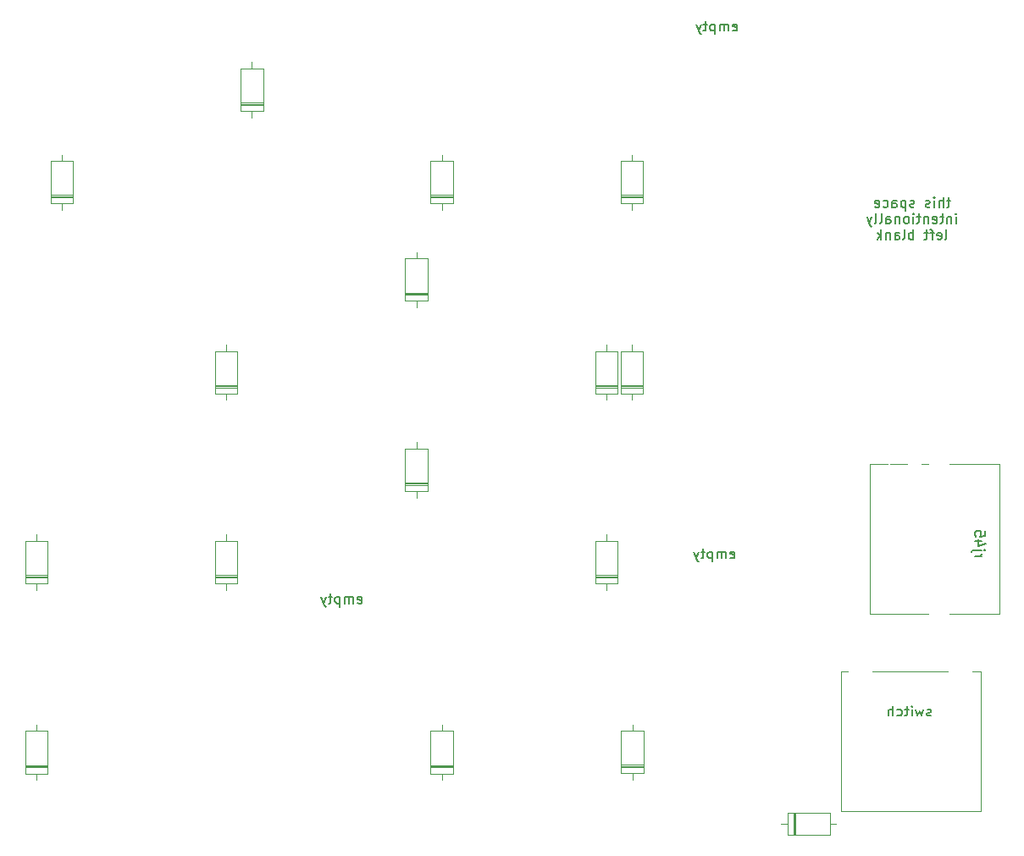
<source format=gbo>
G04 #@! TF.GenerationSoftware,KiCad,Pcbnew,(6.0.8)*
G04 #@! TF.CreationDate,2023-05-18T22:35:39+10:00*
G04 #@! TF.ProjectId,shingleback,7368696e-676c-4656-9261-636b2e6b6963,rev?*
G04 #@! TF.SameCoordinates,Original*
G04 #@! TF.FileFunction,Legend,Bot*
G04 #@! TF.FilePolarity,Positive*
%FSLAX46Y46*%
G04 Gerber Fmt 4.6, Leading zero omitted, Abs format (unit mm)*
G04 Created by KiCad (PCBNEW (6.0.8)) date 2023-05-18 22:35:39*
%MOMM*%
%LPD*%
G01*
G04 APERTURE LIST*
%ADD10C,0.150000*%
%ADD11C,0.120000*%
%ADD12R,1.752600X1.752600*%
%ADD13C,1.752600*%
%ADD14C,0.450000*%
%ADD15C,1.701800*%
%ADD16C,3.987800*%
%ADD17C,2.286000*%
%ADD18R,1.600000X1.600000*%
%ADD19O,1.600000X1.600000*%
%ADD20C,1.500000*%
%ADD21C,2.100000*%
%ADD22R,2.000000X2.000000*%
%ADD23C,2.000000*%
%ADD24R,2.000000X3.200000*%
%ADD25C,1.650000*%
%ADD26C,1.950000*%
%ADD27C,2.400000*%
%ADD28C,4.000000*%
%ADD29C,1.700000*%
%ADD30C,2.200000*%
G04 APERTURE END LIST*
D10*
X160845238Y-28904761D02*
X160940476Y-28952380D01*
X161130952Y-28952380D01*
X161226190Y-28904761D01*
X161273809Y-28809523D01*
X161273809Y-28428571D01*
X161226190Y-28333333D01*
X161130952Y-28285714D01*
X160940476Y-28285714D01*
X160845238Y-28333333D01*
X160797619Y-28428571D01*
X160797619Y-28523809D01*
X161273809Y-28619047D01*
X160369047Y-28952380D02*
X160369047Y-28285714D01*
X160369047Y-28380952D02*
X160321428Y-28333333D01*
X160226190Y-28285714D01*
X160083333Y-28285714D01*
X159988095Y-28333333D01*
X159940476Y-28428571D01*
X159940476Y-28952380D01*
X159940476Y-28428571D02*
X159892857Y-28333333D01*
X159797619Y-28285714D01*
X159654761Y-28285714D01*
X159559523Y-28333333D01*
X159511904Y-28428571D01*
X159511904Y-28952380D01*
X159035714Y-28285714D02*
X159035714Y-29285714D01*
X159035714Y-28333333D02*
X158940476Y-28285714D01*
X158750000Y-28285714D01*
X158654761Y-28333333D01*
X158607142Y-28380952D01*
X158559523Y-28476190D01*
X158559523Y-28761904D01*
X158607142Y-28857142D01*
X158654761Y-28904761D01*
X158750000Y-28952380D01*
X158940476Y-28952380D01*
X159035714Y-28904761D01*
X158273809Y-28285714D02*
X157892857Y-28285714D01*
X158130952Y-27952380D02*
X158130952Y-28809523D01*
X158083333Y-28904761D01*
X157988095Y-28952380D01*
X157892857Y-28952380D01*
X157654761Y-28285714D02*
X157416666Y-28952380D01*
X157178571Y-28285714D02*
X157416666Y-28952380D01*
X157511904Y-29190476D01*
X157559523Y-29238095D01*
X157654761Y-29285714D01*
X160595238Y-81654761D02*
X160690476Y-81702380D01*
X160880952Y-81702380D01*
X160976190Y-81654761D01*
X161023809Y-81559523D01*
X161023809Y-81178571D01*
X160976190Y-81083333D01*
X160880952Y-81035714D01*
X160690476Y-81035714D01*
X160595238Y-81083333D01*
X160547619Y-81178571D01*
X160547619Y-81273809D01*
X161023809Y-81369047D01*
X160119047Y-81702380D02*
X160119047Y-81035714D01*
X160119047Y-81130952D02*
X160071428Y-81083333D01*
X159976190Y-81035714D01*
X159833333Y-81035714D01*
X159738095Y-81083333D01*
X159690476Y-81178571D01*
X159690476Y-81702380D01*
X159690476Y-81178571D02*
X159642857Y-81083333D01*
X159547619Y-81035714D01*
X159404761Y-81035714D01*
X159309523Y-81083333D01*
X159261904Y-81178571D01*
X159261904Y-81702380D01*
X158785714Y-81035714D02*
X158785714Y-82035714D01*
X158785714Y-81083333D02*
X158690476Y-81035714D01*
X158500000Y-81035714D01*
X158404761Y-81083333D01*
X158357142Y-81130952D01*
X158309523Y-81226190D01*
X158309523Y-81511904D01*
X158357142Y-81607142D01*
X158404761Y-81654761D01*
X158500000Y-81702380D01*
X158690476Y-81702380D01*
X158785714Y-81654761D01*
X158023809Y-81035714D02*
X157642857Y-81035714D01*
X157880952Y-80702380D02*
X157880952Y-81559523D01*
X157833333Y-81654761D01*
X157738095Y-81702380D01*
X157642857Y-81702380D01*
X157404761Y-81035714D02*
X157166666Y-81702380D01*
X156928571Y-81035714D02*
X157166666Y-81702380D01*
X157261904Y-81940476D01*
X157309523Y-81988095D01*
X157404761Y-82035714D01*
X182583333Y-45925714D02*
X182202380Y-45925714D01*
X182440476Y-45592380D02*
X182440476Y-46449523D01*
X182392857Y-46544761D01*
X182297619Y-46592380D01*
X182202380Y-46592380D01*
X181869047Y-46592380D02*
X181869047Y-45592380D01*
X181440476Y-46592380D02*
X181440476Y-46068571D01*
X181488095Y-45973333D01*
X181583333Y-45925714D01*
X181726190Y-45925714D01*
X181821428Y-45973333D01*
X181869047Y-46020952D01*
X180964285Y-46592380D02*
X180964285Y-45925714D01*
X180964285Y-45592380D02*
X181011904Y-45640000D01*
X180964285Y-45687619D01*
X180916666Y-45640000D01*
X180964285Y-45592380D01*
X180964285Y-45687619D01*
X180535714Y-46544761D02*
X180440476Y-46592380D01*
X180250000Y-46592380D01*
X180154761Y-46544761D01*
X180107142Y-46449523D01*
X180107142Y-46401904D01*
X180154761Y-46306666D01*
X180250000Y-46259047D01*
X180392857Y-46259047D01*
X180488095Y-46211428D01*
X180535714Y-46116190D01*
X180535714Y-46068571D01*
X180488095Y-45973333D01*
X180392857Y-45925714D01*
X180250000Y-45925714D01*
X180154761Y-45973333D01*
X178964285Y-46544761D02*
X178869047Y-46592380D01*
X178678571Y-46592380D01*
X178583333Y-46544761D01*
X178535714Y-46449523D01*
X178535714Y-46401904D01*
X178583333Y-46306666D01*
X178678571Y-46259047D01*
X178821428Y-46259047D01*
X178916666Y-46211428D01*
X178964285Y-46116190D01*
X178964285Y-46068571D01*
X178916666Y-45973333D01*
X178821428Y-45925714D01*
X178678571Y-45925714D01*
X178583333Y-45973333D01*
X178107142Y-45925714D02*
X178107142Y-46925714D01*
X178107142Y-45973333D02*
X178011904Y-45925714D01*
X177821428Y-45925714D01*
X177726190Y-45973333D01*
X177678571Y-46020952D01*
X177630952Y-46116190D01*
X177630952Y-46401904D01*
X177678571Y-46497142D01*
X177726190Y-46544761D01*
X177821428Y-46592380D01*
X178011904Y-46592380D01*
X178107142Y-46544761D01*
X176773809Y-46592380D02*
X176773809Y-46068571D01*
X176821428Y-45973333D01*
X176916666Y-45925714D01*
X177107142Y-45925714D01*
X177202380Y-45973333D01*
X176773809Y-46544761D02*
X176869047Y-46592380D01*
X177107142Y-46592380D01*
X177202380Y-46544761D01*
X177250000Y-46449523D01*
X177250000Y-46354285D01*
X177202380Y-46259047D01*
X177107142Y-46211428D01*
X176869047Y-46211428D01*
X176773809Y-46163809D01*
X175869047Y-46544761D02*
X175964285Y-46592380D01*
X176154761Y-46592380D01*
X176250000Y-46544761D01*
X176297619Y-46497142D01*
X176345238Y-46401904D01*
X176345238Y-46116190D01*
X176297619Y-46020952D01*
X176250000Y-45973333D01*
X176154761Y-45925714D01*
X175964285Y-45925714D01*
X175869047Y-45973333D01*
X175059523Y-46544761D02*
X175154761Y-46592380D01*
X175345238Y-46592380D01*
X175440476Y-46544761D01*
X175488095Y-46449523D01*
X175488095Y-46068571D01*
X175440476Y-45973333D01*
X175345238Y-45925714D01*
X175154761Y-45925714D01*
X175059523Y-45973333D01*
X175011904Y-46068571D01*
X175011904Y-46163809D01*
X175488095Y-46259047D01*
X183154761Y-48202380D02*
X183154761Y-47535714D01*
X183154761Y-47202380D02*
X183202380Y-47250000D01*
X183154761Y-47297619D01*
X183107142Y-47250000D01*
X183154761Y-47202380D01*
X183154761Y-47297619D01*
X182678571Y-47535714D02*
X182678571Y-48202380D01*
X182678571Y-47630952D02*
X182630952Y-47583333D01*
X182535714Y-47535714D01*
X182392857Y-47535714D01*
X182297619Y-47583333D01*
X182250000Y-47678571D01*
X182250000Y-48202380D01*
X181916666Y-47535714D02*
X181535714Y-47535714D01*
X181773809Y-47202380D02*
X181773809Y-48059523D01*
X181726190Y-48154761D01*
X181630952Y-48202380D01*
X181535714Y-48202380D01*
X180821428Y-48154761D02*
X180916666Y-48202380D01*
X181107142Y-48202380D01*
X181202380Y-48154761D01*
X181250000Y-48059523D01*
X181250000Y-47678571D01*
X181202380Y-47583333D01*
X181107142Y-47535714D01*
X180916666Y-47535714D01*
X180821428Y-47583333D01*
X180773809Y-47678571D01*
X180773809Y-47773809D01*
X181250000Y-47869047D01*
X180345238Y-47535714D02*
X180345238Y-48202380D01*
X180345238Y-47630952D02*
X180297619Y-47583333D01*
X180202380Y-47535714D01*
X180059523Y-47535714D01*
X179964285Y-47583333D01*
X179916666Y-47678571D01*
X179916666Y-48202380D01*
X179583333Y-47535714D02*
X179202380Y-47535714D01*
X179440476Y-47202380D02*
X179440476Y-48059523D01*
X179392857Y-48154761D01*
X179297619Y-48202380D01*
X179202380Y-48202380D01*
X178869047Y-48202380D02*
X178869047Y-47535714D01*
X178869047Y-47202380D02*
X178916666Y-47250000D01*
X178869047Y-47297619D01*
X178821428Y-47250000D01*
X178869047Y-47202380D01*
X178869047Y-47297619D01*
X178250000Y-48202380D02*
X178345238Y-48154761D01*
X178392857Y-48107142D01*
X178440476Y-48011904D01*
X178440476Y-47726190D01*
X178392857Y-47630952D01*
X178345238Y-47583333D01*
X178250000Y-47535714D01*
X178107142Y-47535714D01*
X178011904Y-47583333D01*
X177964285Y-47630952D01*
X177916666Y-47726190D01*
X177916666Y-48011904D01*
X177964285Y-48107142D01*
X178011904Y-48154761D01*
X178107142Y-48202380D01*
X178250000Y-48202380D01*
X177488095Y-47535714D02*
X177488095Y-48202380D01*
X177488095Y-47630952D02*
X177440476Y-47583333D01*
X177345238Y-47535714D01*
X177202380Y-47535714D01*
X177107142Y-47583333D01*
X177059523Y-47678571D01*
X177059523Y-48202380D01*
X176154761Y-48202380D02*
X176154761Y-47678571D01*
X176202380Y-47583333D01*
X176297619Y-47535714D01*
X176488095Y-47535714D01*
X176583333Y-47583333D01*
X176154761Y-48154761D02*
X176250000Y-48202380D01*
X176488095Y-48202380D01*
X176583333Y-48154761D01*
X176630952Y-48059523D01*
X176630952Y-47964285D01*
X176583333Y-47869047D01*
X176488095Y-47821428D01*
X176250000Y-47821428D01*
X176154761Y-47773809D01*
X175535714Y-48202380D02*
X175630952Y-48154761D01*
X175678571Y-48059523D01*
X175678571Y-47202380D01*
X175011904Y-48202380D02*
X175107142Y-48154761D01*
X175154761Y-48059523D01*
X175154761Y-47202380D01*
X174726190Y-47535714D02*
X174488095Y-48202380D01*
X174250000Y-47535714D02*
X174488095Y-48202380D01*
X174583333Y-48440476D01*
X174630952Y-48488095D01*
X174726190Y-48535714D01*
X182035714Y-49812380D02*
X182130952Y-49764761D01*
X182178571Y-49669523D01*
X182178571Y-48812380D01*
X181273809Y-49764761D02*
X181369047Y-49812380D01*
X181559523Y-49812380D01*
X181654761Y-49764761D01*
X181702380Y-49669523D01*
X181702380Y-49288571D01*
X181654761Y-49193333D01*
X181559523Y-49145714D01*
X181369047Y-49145714D01*
X181273809Y-49193333D01*
X181226190Y-49288571D01*
X181226190Y-49383809D01*
X181702380Y-49479047D01*
X180940476Y-49145714D02*
X180559523Y-49145714D01*
X180797619Y-49812380D02*
X180797619Y-48955238D01*
X180750000Y-48860000D01*
X180654761Y-48812380D01*
X180559523Y-48812380D01*
X180369047Y-49145714D02*
X179988095Y-49145714D01*
X180226190Y-48812380D02*
X180226190Y-49669523D01*
X180178571Y-49764761D01*
X180083333Y-49812380D01*
X179988095Y-49812380D01*
X178892857Y-49812380D02*
X178892857Y-48812380D01*
X178892857Y-49193333D02*
X178797619Y-49145714D01*
X178607142Y-49145714D01*
X178511904Y-49193333D01*
X178464285Y-49240952D01*
X178416666Y-49336190D01*
X178416666Y-49621904D01*
X178464285Y-49717142D01*
X178511904Y-49764761D01*
X178607142Y-49812380D01*
X178797619Y-49812380D01*
X178892857Y-49764761D01*
X177845238Y-49812380D02*
X177940476Y-49764761D01*
X177988095Y-49669523D01*
X177988095Y-48812380D01*
X177035714Y-49812380D02*
X177035714Y-49288571D01*
X177083333Y-49193333D01*
X177178571Y-49145714D01*
X177369047Y-49145714D01*
X177464285Y-49193333D01*
X177035714Y-49764761D02*
X177130952Y-49812380D01*
X177369047Y-49812380D01*
X177464285Y-49764761D01*
X177511904Y-49669523D01*
X177511904Y-49574285D01*
X177464285Y-49479047D01*
X177369047Y-49431428D01*
X177130952Y-49431428D01*
X177035714Y-49383809D01*
X176559523Y-49145714D02*
X176559523Y-49812380D01*
X176559523Y-49240952D02*
X176511904Y-49193333D01*
X176416666Y-49145714D01*
X176273809Y-49145714D01*
X176178571Y-49193333D01*
X176130952Y-49288571D01*
X176130952Y-49812380D01*
X175654761Y-49812380D02*
X175654761Y-48812380D01*
X175559523Y-49431428D02*
X175273809Y-49812380D01*
X175273809Y-49145714D02*
X175654761Y-49526666D01*
X123345238Y-86154761D02*
X123440476Y-86202380D01*
X123630952Y-86202380D01*
X123726190Y-86154761D01*
X123773809Y-86059523D01*
X123773809Y-85678571D01*
X123726190Y-85583333D01*
X123630952Y-85535714D01*
X123440476Y-85535714D01*
X123345238Y-85583333D01*
X123297619Y-85678571D01*
X123297619Y-85773809D01*
X123773809Y-85869047D01*
X122869047Y-86202380D02*
X122869047Y-85535714D01*
X122869047Y-85630952D02*
X122821428Y-85583333D01*
X122726190Y-85535714D01*
X122583333Y-85535714D01*
X122488095Y-85583333D01*
X122440476Y-85678571D01*
X122440476Y-86202380D01*
X122440476Y-85678571D02*
X122392857Y-85583333D01*
X122297619Y-85535714D01*
X122154761Y-85535714D01*
X122059523Y-85583333D01*
X122011904Y-85678571D01*
X122011904Y-86202380D01*
X121535714Y-85535714D02*
X121535714Y-86535714D01*
X121535714Y-85583333D02*
X121440476Y-85535714D01*
X121250000Y-85535714D01*
X121154761Y-85583333D01*
X121107142Y-85630952D01*
X121059523Y-85726190D01*
X121059523Y-86011904D01*
X121107142Y-86107142D01*
X121154761Y-86154761D01*
X121250000Y-86202380D01*
X121440476Y-86202380D01*
X121535714Y-86154761D01*
X120773809Y-85535714D02*
X120392857Y-85535714D01*
X120630952Y-85202380D02*
X120630952Y-86059523D01*
X120583333Y-86154761D01*
X120488095Y-86202380D01*
X120392857Y-86202380D01*
X120154761Y-85535714D02*
X119916666Y-86202380D01*
X119678571Y-85535714D02*
X119916666Y-86202380D01*
X120011904Y-86440476D01*
X120059523Y-86488095D01*
X120154761Y-86535714D01*
X185047619Y-81511904D02*
X185714285Y-81511904D01*
X185523809Y-81511904D02*
X185619047Y-81464285D01*
X185666666Y-81416666D01*
X185714285Y-81321428D01*
X185714285Y-81226190D01*
X185714285Y-80892857D02*
X184857142Y-80892857D01*
X184761904Y-80940476D01*
X184714285Y-81035714D01*
X184714285Y-81083333D01*
X186047619Y-80892857D02*
X186000000Y-80940476D01*
X185952380Y-80892857D01*
X186000000Y-80845238D01*
X186047619Y-80892857D01*
X185952380Y-80892857D01*
X185714285Y-79988095D02*
X185047619Y-79988095D01*
X186095238Y-80226190D02*
X185380952Y-80464285D01*
X185380952Y-79845238D01*
X186047619Y-78988095D02*
X186047619Y-79464285D01*
X185571428Y-79511904D01*
X185619047Y-79464285D01*
X185666666Y-79369047D01*
X185666666Y-79130952D01*
X185619047Y-79035714D01*
X185571428Y-78988095D01*
X185476190Y-78940476D01*
X185238095Y-78940476D01*
X185142857Y-78988095D01*
X185095238Y-79035714D01*
X185047619Y-79130952D01*
X185047619Y-79369047D01*
X185095238Y-79464285D01*
X185142857Y-79511904D01*
X180642857Y-97404761D02*
X180547619Y-97452380D01*
X180357142Y-97452380D01*
X180261904Y-97404761D01*
X180214285Y-97309523D01*
X180214285Y-97261904D01*
X180261904Y-97166666D01*
X180357142Y-97119047D01*
X180500000Y-97119047D01*
X180595238Y-97071428D01*
X180642857Y-96976190D01*
X180642857Y-96928571D01*
X180595238Y-96833333D01*
X180500000Y-96785714D01*
X180357142Y-96785714D01*
X180261904Y-96833333D01*
X179880952Y-96785714D02*
X179690476Y-97452380D01*
X179500000Y-96976190D01*
X179309523Y-97452380D01*
X179119047Y-96785714D01*
X178738095Y-97452380D02*
X178738095Y-96785714D01*
X178738095Y-96452380D02*
X178785714Y-96500000D01*
X178738095Y-96547619D01*
X178690476Y-96500000D01*
X178738095Y-96452380D01*
X178738095Y-96547619D01*
X178404761Y-96785714D02*
X178023809Y-96785714D01*
X178261904Y-96452380D02*
X178261904Y-97309523D01*
X178214285Y-97404761D01*
X178119047Y-97452380D01*
X178023809Y-97452380D01*
X177261904Y-97404761D02*
X177357142Y-97452380D01*
X177547619Y-97452380D01*
X177642857Y-97404761D01*
X177690476Y-97357142D01*
X177738095Y-97261904D01*
X177738095Y-96976190D01*
X177690476Y-96880952D01*
X177642857Y-96833333D01*
X177547619Y-96785714D01*
X177357142Y-96785714D01*
X177261904Y-96833333D01*
X176833333Y-97452380D02*
X176833333Y-96452380D01*
X176404761Y-97452380D02*
X176404761Y-96928571D01*
X176452380Y-96833333D01*
X176547619Y-96785714D01*
X176690476Y-96785714D01*
X176785714Y-96833333D01*
X176833333Y-96880952D01*
D11*
X131750000Y-103865000D02*
X131750000Y-103215000D01*
X132870000Y-102495000D02*
X130630000Y-102495000D01*
X131750000Y-98325000D02*
X131750000Y-98975000D01*
X132870000Y-103215000D02*
X130630000Y-103215000D01*
X130630000Y-103215000D02*
X130630000Y-98975000D01*
X132870000Y-98975000D02*
X132870000Y-103215000D01*
X130630000Y-98975000D02*
X132870000Y-98975000D01*
X132870000Y-102375000D02*
X130630000Y-102375000D01*
X132870000Y-102615000D02*
X130630000Y-102615000D01*
X151870000Y-41975000D02*
X151870000Y-46215000D01*
X151870000Y-46215000D02*
X149630000Y-46215000D01*
X151870000Y-45495000D02*
X149630000Y-45495000D01*
X151870000Y-45615000D02*
X149630000Y-45615000D01*
X150750000Y-46865000D02*
X150750000Y-46215000D01*
X149630000Y-46215000D02*
X149630000Y-41975000D01*
X150750000Y-41325000D02*
X150750000Y-41975000D01*
X149630000Y-41975000D02*
X151870000Y-41975000D01*
X151870000Y-45375000D02*
X149630000Y-45375000D01*
X110200000Y-65865000D02*
X110200000Y-65215000D01*
X111320000Y-64495000D02*
X109080000Y-64495000D01*
X109080000Y-65215000D02*
X109080000Y-60975000D01*
X111320000Y-65215000D02*
X109080000Y-65215000D01*
X111320000Y-64375000D02*
X109080000Y-64375000D01*
X110200000Y-60325000D02*
X110200000Y-60975000D01*
X111320000Y-64615000D02*
X109080000Y-64615000D01*
X109080000Y-60975000D02*
X111320000Y-60975000D01*
X111320000Y-60975000D02*
X111320000Y-65215000D01*
X129200000Y-75615000D02*
X129200000Y-74965000D01*
X130320000Y-74965000D02*
X128080000Y-74965000D01*
X130320000Y-74245000D02*
X128080000Y-74245000D01*
X129200000Y-70075000D02*
X129200000Y-70725000D01*
X130320000Y-74125000D02*
X128080000Y-74125000D01*
X128080000Y-70725000D02*
X130320000Y-70725000D01*
X130320000Y-74365000D02*
X128080000Y-74365000D01*
X130320000Y-70725000D02*
X130320000Y-74965000D01*
X128080000Y-74965000D02*
X128080000Y-70725000D01*
X91200000Y-79325000D02*
X91200000Y-79975000D01*
X92320000Y-83615000D02*
X90080000Y-83615000D01*
X90080000Y-79975000D02*
X92320000Y-79975000D01*
X92320000Y-83495000D02*
X90080000Y-83495000D01*
X91200000Y-84865000D02*
X91200000Y-84215000D01*
X92320000Y-83375000D02*
X90080000Y-83375000D01*
X92320000Y-79975000D02*
X92320000Y-84215000D01*
X90080000Y-84215000D02*
X90080000Y-79975000D01*
X92320000Y-84215000D02*
X90080000Y-84215000D01*
X92320000Y-102375000D02*
X90080000Y-102375000D01*
X91200000Y-103865000D02*
X91200000Y-103215000D01*
X92320000Y-102495000D02*
X90080000Y-102495000D01*
X92320000Y-98975000D02*
X92320000Y-103215000D01*
X92320000Y-102615000D02*
X90080000Y-102615000D01*
X91200000Y-98325000D02*
X91200000Y-98975000D01*
X90080000Y-98975000D02*
X92320000Y-98975000D01*
X90080000Y-103215000D02*
X90080000Y-98975000D01*
X92320000Y-103215000D02*
X90080000Y-103215000D01*
X113870000Y-32725000D02*
X113870000Y-36965000D01*
X111630000Y-32725000D02*
X113870000Y-32725000D01*
X113870000Y-36965000D02*
X111630000Y-36965000D01*
X113870000Y-36365000D02*
X111630000Y-36365000D01*
X113870000Y-36245000D02*
X111630000Y-36245000D01*
X111630000Y-36965000D02*
X111630000Y-32725000D01*
X112750000Y-37615000D02*
X112750000Y-36965000D01*
X113870000Y-36125000D02*
X111630000Y-36125000D01*
X112750000Y-32075000D02*
X112750000Y-32725000D01*
X111320000Y-84215000D02*
X109080000Y-84215000D01*
X110200000Y-79325000D02*
X110200000Y-79975000D01*
X110200000Y-84865000D02*
X110200000Y-84215000D01*
X111320000Y-83615000D02*
X109080000Y-83615000D01*
X109080000Y-79975000D02*
X111320000Y-79975000D01*
X111320000Y-83495000D02*
X109080000Y-83495000D01*
X111320000Y-83375000D02*
X109080000Y-83375000D01*
X109080000Y-84215000D02*
X109080000Y-79975000D01*
X111320000Y-79975000D02*
X111320000Y-84215000D01*
X149320000Y-79975000D02*
X149320000Y-84215000D01*
X147080000Y-84215000D02*
X147080000Y-79975000D01*
X149320000Y-83495000D02*
X147080000Y-83495000D01*
X149320000Y-84215000D02*
X147080000Y-84215000D01*
X147080000Y-79975000D02*
X149320000Y-79975000D01*
X149320000Y-83375000D02*
X147080000Y-83375000D01*
X149320000Y-83615000D02*
X147080000Y-83615000D01*
X148200000Y-84865000D02*
X148200000Y-84215000D01*
X148200000Y-79325000D02*
X148200000Y-79975000D01*
X150750000Y-65865000D02*
X150750000Y-65215000D01*
X151870000Y-64375000D02*
X149630000Y-64375000D01*
X151870000Y-64615000D02*
X149630000Y-64615000D01*
X151870000Y-64495000D02*
X149630000Y-64495000D01*
X151870000Y-65215000D02*
X149630000Y-65215000D01*
X149630000Y-60975000D02*
X151870000Y-60975000D01*
X151870000Y-60975000D02*
X151870000Y-65215000D01*
X150750000Y-60325000D02*
X150750000Y-60975000D01*
X149630000Y-65215000D02*
X149630000Y-60975000D01*
X94870000Y-45615000D02*
X92630000Y-45615000D01*
X94870000Y-45495000D02*
X92630000Y-45495000D01*
X92630000Y-46215000D02*
X92630000Y-41975000D01*
X93750000Y-41325000D02*
X93750000Y-41975000D01*
X92630000Y-41975000D02*
X94870000Y-41975000D01*
X94870000Y-45375000D02*
X92630000Y-45375000D01*
X94870000Y-46215000D02*
X92630000Y-46215000D01*
X94870000Y-41975000D02*
X94870000Y-46215000D01*
X93750000Y-46865000D02*
X93750000Y-46215000D01*
X170525000Y-109370000D02*
X166285000Y-109370000D01*
X166885000Y-109370000D02*
X166885000Y-107130000D01*
X167125000Y-109370000D02*
X167125000Y-107130000D01*
X165635000Y-108250000D02*
X166285000Y-108250000D01*
X166285000Y-107130000D02*
X170525000Y-107130000D01*
X171175000Y-108250000D02*
X170525000Y-108250000D01*
X170525000Y-107130000D02*
X170525000Y-109370000D01*
X167005000Y-109370000D02*
X167005000Y-107130000D01*
X166285000Y-109370000D02*
X166285000Y-107130000D01*
X151920000Y-103204717D02*
X149680000Y-103204717D01*
X151920000Y-102484717D02*
X149680000Y-102484717D01*
X149680000Y-103204717D02*
X149680000Y-98964717D01*
X151920000Y-102364717D02*
X149680000Y-102364717D01*
X150800000Y-98314717D02*
X150800000Y-98964717D01*
X151920000Y-102604717D02*
X149680000Y-102604717D01*
X151920000Y-98964717D02*
X151920000Y-103204717D01*
X149680000Y-98964717D02*
X151920000Y-98964717D01*
X150800000Y-103854717D02*
X150800000Y-103204717D01*
X130320000Y-51725000D02*
X130320000Y-55965000D01*
X130320000Y-55245000D02*
X128080000Y-55245000D01*
X128080000Y-51725000D02*
X130320000Y-51725000D01*
X130320000Y-55365000D02*
X128080000Y-55365000D01*
X130320000Y-55965000D02*
X128080000Y-55965000D01*
X129200000Y-51075000D02*
X129200000Y-51725000D01*
X129200000Y-56615000D02*
X129200000Y-55965000D01*
X128080000Y-55965000D02*
X128080000Y-51725000D01*
X130320000Y-55125000D02*
X128080000Y-55125000D01*
X130630000Y-46215000D02*
X130630000Y-41975000D01*
X132870000Y-46215000D02*
X130630000Y-46215000D01*
X132870000Y-45375000D02*
X130630000Y-45375000D01*
X132870000Y-45615000D02*
X130630000Y-45615000D01*
X132870000Y-45495000D02*
X130630000Y-45495000D01*
X132870000Y-41975000D02*
X132870000Y-46215000D01*
X131750000Y-46865000D02*
X131750000Y-46215000D01*
X130630000Y-41975000D02*
X132870000Y-41975000D01*
X131750000Y-41325000D02*
X131750000Y-41975000D01*
X147080000Y-65215000D02*
X147080000Y-60975000D01*
X149320000Y-64375000D02*
X147080000Y-64375000D01*
X149320000Y-60975000D02*
X149320000Y-65215000D01*
X149320000Y-64495000D02*
X147080000Y-64495000D01*
X148200000Y-65865000D02*
X148200000Y-65215000D01*
X147080000Y-60975000D02*
X149320000Y-60975000D01*
X149320000Y-64615000D02*
X147080000Y-64615000D01*
X148200000Y-60325000D02*
X148200000Y-60975000D01*
X149320000Y-65215000D02*
X147080000Y-65215000D01*
X174500000Y-72250000D02*
X187500000Y-72250000D01*
X174500000Y-87250000D02*
X174500000Y-72250000D01*
X187500000Y-87250000D02*
X174500000Y-87250000D01*
X187500000Y-72250000D02*
X187500000Y-87250000D01*
X185608410Y-92995000D02*
X171638410Y-92995000D01*
X171638410Y-92995000D02*
X171638410Y-106965000D01*
X171638410Y-106965000D02*
X185608410Y-106965000D01*
X185608410Y-106965000D02*
X185608410Y-92995000D01*
D12*
X171000000Y-33560000D03*
D13*
X171000000Y-36100000D03*
X171000000Y-38640000D03*
X171000000Y-41180000D03*
X171000000Y-43720000D03*
X171000000Y-46260000D03*
X171000000Y-48800000D03*
X171000000Y-51340000D03*
X171000000Y-53880000D03*
X171000000Y-56420000D03*
X171000000Y-58960000D03*
X171000000Y-61500000D03*
X186240000Y-33560000D03*
X186240000Y-36100000D03*
X186240000Y-38640000D03*
X186240000Y-41180000D03*
X186240000Y-43720000D03*
X186240000Y-46260000D03*
X186240000Y-48800000D03*
X186240000Y-51340000D03*
X186240000Y-53880000D03*
X186240000Y-56420000D03*
X186240000Y-58960000D03*
X186240000Y-61500000D03*
%LPC*%
D14*
X124136071Y-100299285D02*
X123850357Y-100442142D01*
X123278928Y-100442142D01*
X122993214Y-100299285D01*
X122850357Y-100013571D01*
X122850357Y-99870714D01*
X122993214Y-99585000D01*
X123278928Y-99442142D01*
X123707500Y-99442142D01*
X123993214Y-99299285D01*
X124136071Y-99013571D01*
X124136071Y-98870714D01*
X123993214Y-98585000D01*
X123707500Y-98442142D01*
X123278928Y-98442142D01*
X122993214Y-98585000D01*
X121564642Y-100442142D02*
X121564642Y-97442142D01*
X120278928Y-100442142D02*
X120278928Y-98870714D01*
X120421785Y-98585000D01*
X120707500Y-98442142D01*
X121136071Y-98442142D01*
X121421785Y-98585000D01*
X121564642Y-98727857D01*
X118850357Y-100442142D02*
X118850357Y-98442142D01*
X118850357Y-97442142D02*
X118993214Y-97585000D01*
X118850357Y-97727857D01*
X118707500Y-97585000D01*
X118850357Y-97442142D01*
X118850357Y-97727857D01*
X117421785Y-98442142D02*
X117421785Y-100442142D01*
X117421785Y-98727857D02*
X117278928Y-98585000D01*
X116993214Y-98442142D01*
X116564642Y-98442142D01*
X116278928Y-98585000D01*
X116136071Y-98870714D01*
X116136071Y-100442142D01*
X113421785Y-98442142D02*
X113421785Y-100870714D01*
X113564642Y-101156428D01*
X113707500Y-101299285D01*
X113993214Y-101442142D01*
X114421785Y-101442142D01*
X114707500Y-101299285D01*
X113421785Y-100299285D02*
X113707500Y-100442142D01*
X114278928Y-100442142D01*
X114564642Y-100299285D01*
X114707500Y-100156428D01*
X114850357Y-99870714D01*
X114850357Y-99013571D01*
X114707500Y-98727857D01*
X114564642Y-98585000D01*
X114278928Y-98442142D01*
X113707500Y-98442142D01*
X113421785Y-98585000D01*
X111564642Y-100442142D02*
X111850357Y-100299285D01*
X111993214Y-100013571D01*
X111993214Y-97442142D01*
X109278928Y-100299285D02*
X109564642Y-100442142D01*
X110136071Y-100442142D01*
X110421785Y-100299285D01*
X110564642Y-100013571D01*
X110564642Y-98870714D01*
X110421785Y-98585000D01*
X110136071Y-98442142D01*
X109564642Y-98442142D01*
X109278928Y-98585000D01*
X109136071Y-98870714D01*
X109136071Y-99156428D01*
X110564642Y-99442142D01*
X107850357Y-100442142D02*
X107850357Y-97442142D01*
X107850357Y-98585000D02*
X107564642Y-98442142D01*
X106993214Y-98442142D01*
X106707500Y-98585000D01*
X106564642Y-98727857D01*
X106421785Y-99013571D01*
X106421785Y-99870714D01*
X106564642Y-100156428D01*
X106707500Y-100299285D01*
X106993214Y-100442142D01*
X107564642Y-100442142D01*
X107850357Y-100299285D01*
X103850357Y-100442142D02*
X103850357Y-98870714D01*
X103993214Y-98585000D01*
X104278928Y-98442142D01*
X104850357Y-98442142D01*
X105136071Y-98585000D01*
X103850357Y-100299285D02*
X104136071Y-100442142D01*
X104850357Y-100442142D01*
X105136071Y-100299285D01*
X105278928Y-100013571D01*
X105278928Y-99727857D01*
X105136071Y-99442142D01*
X104850357Y-99299285D01*
X104136071Y-99299285D01*
X103850357Y-99156428D01*
X101136071Y-100299285D02*
X101421785Y-100442142D01*
X101993214Y-100442142D01*
X102278928Y-100299285D01*
X102421785Y-100156428D01*
X102564642Y-99870714D01*
X102564642Y-99013571D01*
X102421785Y-98727857D01*
X102278928Y-98585000D01*
X101993214Y-98442142D01*
X101421785Y-98442142D01*
X101136071Y-98585000D01*
X99850357Y-100442142D02*
X99850357Y-97442142D01*
X99564642Y-99299285D02*
X98707500Y-100442142D01*
X98707500Y-98442142D02*
X99850357Y-99585000D01*
X123993214Y-105272142D02*
X123993214Y-103272142D01*
X123993214Y-103843571D02*
X123850357Y-103557857D01*
X123707500Y-103415000D01*
X123421785Y-103272142D01*
X123136071Y-103272142D01*
X120993214Y-105129285D02*
X121278928Y-105272142D01*
X121850357Y-105272142D01*
X122136071Y-105129285D01*
X122278928Y-104843571D01*
X122278928Y-103700714D01*
X122136071Y-103415000D01*
X121850357Y-103272142D01*
X121278928Y-103272142D01*
X120993214Y-103415000D01*
X120850357Y-103700714D01*
X120850357Y-103986428D01*
X122278928Y-104272142D01*
X119850357Y-103272142D02*
X119136071Y-105272142D01*
X118421785Y-103272142D01*
X115707500Y-105272142D02*
X117421785Y-105272142D01*
X116564642Y-105272142D02*
X116564642Y-102272142D01*
X116850357Y-102700714D01*
X117136071Y-102986428D01*
X117421785Y-103129285D01*
D10*
X160178571Y-109202380D02*
X160178571Y-108202380D01*
X160178571Y-108583333D02*
X160083333Y-108535714D01*
X159892857Y-108535714D01*
X159797619Y-108583333D01*
X159750000Y-108630952D01*
X159702380Y-108726190D01*
X159702380Y-109011904D01*
X159750000Y-109107142D01*
X159797619Y-109154761D01*
X159892857Y-109202380D01*
X160083333Y-109202380D01*
X160178571Y-109154761D01*
X159369047Y-108535714D02*
X159130952Y-109202380D01*
X158892857Y-108535714D02*
X159130952Y-109202380D01*
X159226190Y-109440476D01*
X159273809Y-109488095D01*
X159369047Y-109535714D01*
X157321428Y-108535714D02*
X157321428Y-109345238D01*
X157369047Y-109440476D01*
X157416666Y-109488095D01*
X157511904Y-109535714D01*
X157654761Y-109535714D01*
X157750000Y-109488095D01*
X157321428Y-109154761D02*
X157416666Y-109202380D01*
X157607142Y-109202380D01*
X157702380Y-109154761D01*
X157750000Y-109107142D01*
X157797619Y-109011904D01*
X157797619Y-108726190D01*
X157750000Y-108630952D01*
X157702380Y-108583333D01*
X157607142Y-108535714D01*
X157416666Y-108535714D01*
X157321428Y-108583333D01*
X156845238Y-108535714D02*
X156845238Y-109202380D01*
X156845238Y-108630952D02*
X156797619Y-108583333D01*
X156702380Y-108535714D01*
X156559523Y-108535714D01*
X156464285Y-108583333D01*
X156416666Y-108678571D01*
X156416666Y-109202380D01*
X155511904Y-109202380D02*
X155511904Y-108678571D01*
X155559523Y-108583333D01*
X155654761Y-108535714D01*
X155845238Y-108535714D01*
X155940476Y-108583333D01*
X155511904Y-109154761D02*
X155607142Y-109202380D01*
X155845238Y-109202380D01*
X155940476Y-109154761D01*
X155988095Y-109059523D01*
X155988095Y-108964285D01*
X155940476Y-108869047D01*
X155845238Y-108821428D01*
X155607142Y-108821428D01*
X155511904Y-108773809D01*
X155130952Y-108535714D02*
X154940476Y-109202380D01*
X154750000Y-108726190D01*
X154559523Y-109202380D01*
X154369047Y-108535714D01*
X153988095Y-109202380D02*
X153988095Y-108535714D01*
X153988095Y-108630952D02*
X153940476Y-108583333D01*
X153845238Y-108535714D01*
X153702380Y-108535714D01*
X153607142Y-108583333D01*
X153559523Y-108678571D01*
X153559523Y-109202380D01*
X153559523Y-108678571D02*
X153511904Y-108583333D01*
X153416666Y-108535714D01*
X153273809Y-108535714D01*
X153178571Y-108583333D01*
X153130952Y-108678571D01*
X153130952Y-109202380D01*
X152226190Y-109202380D02*
X152226190Y-108678571D01*
X152273809Y-108583333D01*
X152369047Y-108535714D01*
X152559523Y-108535714D01*
X152654761Y-108583333D01*
X152226190Y-109154761D02*
X152321428Y-109202380D01*
X152559523Y-109202380D01*
X152654761Y-109154761D01*
X152702380Y-109059523D01*
X152702380Y-108964285D01*
X152654761Y-108869047D01*
X152559523Y-108821428D01*
X152321428Y-108821428D01*
X152226190Y-108773809D01*
X151750000Y-108535714D02*
X151750000Y-109202380D01*
X151750000Y-108630952D02*
X151702380Y-108583333D01*
X151607142Y-108535714D01*
X151464285Y-108535714D01*
X151369047Y-108583333D01*
X151321428Y-108678571D01*
X151321428Y-109202380D01*
D15*
X164120000Y-62080000D03*
X153960000Y-62080000D03*
D16*
X159040000Y-62080000D03*
D17*
X156500000Y-57000000D03*
X161580000Y-57000000D03*
X162850000Y-59540000D03*
X155230000Y-59540000D03*
D15*
X126120000Y-33830000D03*
X115960000Y-33830000D03*
D16*
X121040000Y-33830000D03*
D17*
X118500000Y-28750000D03*
X123580000Y-28750000D03*
X117230000Y-31290000D03*
X124850000Y-31290000D03*
D15*
X96960000Y-43080000D03*
D16*
X102040000Y-43080000D03*
D15*
X107120000Y-43080000D03*
D17*
X104580000Y-38000000D03*
X99500000Y-38000000D03*
X98230000Y-40540000D03*
X105850000Y-40540000D03*
D12*
X171000000Y-33560000D03*
D13*
X171000000Y-36100000D03*
X171000000Y-38640000D03*
X171000000Y-41180000D03*
X171000000Y-43720000D03*
X171000000Y-46260000D03*
X171000000Y-48800000D03*
X171000000Y-51340000D03*
X171000000Y-53880000D03*
X171000000Y-56420000D03*
X171000000Y-58960000D03*
X171000000Y-61500000D03*
X186240000Y-33560000D03*
X186240000Y-36100000D03*
X186240000Y-38640000D03*
X186240000Y-41180000D03*
X186240000Y-43720000D03*
X186240000Y-46260000D03*
X186240000Y-48800000D03*
X186240000Y-51340000D03*
X186240000Y-53880000D03*
X186240000Y-56420000D03*
X186240000Y-58960000D03*
X186240000Y-61500000D03*
D18*
X131750000Y-105000000D03*
D19*
X131750000Y-97380000D03*
D16*
X140040000Y-43080000D03*
D15*
X134960000Y-43080000D03*
X145120000Y-43080000D03*
D17*
X137500000Y-38000000D03*
X142580000Y-38000000D03*
X143850000Y-40540000D03*
X136230000Y-40540000D03*
D19*
X125000000Y-83500000D03*
D15*
X164170000Y-100069717D03*
D16*
X159090000Y-100069717D03*
D15*
X154010000Y-100069717D03*
D17*
X161630000Y-94989717D03*
X156550000Y-94989717D03*
X162900000Y-97529717D03*
X155280000Y-97529717D03*
D18*
X150750000Y-48000000D03*
D19*
X150750000Y-40380000D03*
X162249999Y-30723758D03*
X118500000Y-88000000D03*
X124999999Y-87997945D03*
D18*
X110200000Y-67000000D03*
D19*
X110200000Y-59380000D03*
D16*
X83040000Y-81080000D03*
D15*
X77960000Y-81080000D03*
X88120000Y-81080000D03*
D17*
X80500000Y-76000000D03*
X85580000Y-76000000D03*
X86850000Y-78540000D03*
X79230000Y-78540000D03*
D15*
X107120000Y-62080000D03*
X96960000Y-62080000D03*
D16*
X102040000Y-62080000D03*
D17*
X99500000Y-57000000D03*
X104580000Y-57000000D03*
X105850000Y-59540000D03*
X98230000Y-59540000D03*
D15*
X153960000Y-43080000D03*
D16*
X159040000Y-43080000D03*
D15*
X164120000Y-43080000D03*
D17*
X156500000Y-38000000D03*
X161580000Y-38000000D03*
X162850000Y-40540000D03*
X155230000Y-40540000D03*
D15*
X77960000Y-100080000D03*
D16*
X83040000Y-100080000D03*
D15*
X88120000Y-100080000D03*
D17*
X80500000Y-95000000D03*
X85580000Y-95000000D03*
X86850000Y-97540000D03*
X79230000Y-97540000D03*
D18*
X129200000Y-76750000D03*
D19*
X129200000Y-69130000D03*
D20*
X176500000Y-69000000D03*
X179000000Y-72000000D03*
X179000000Y-70000000D03*
X176500000Y-71000000D03*
X179000000Y-74000000D03*
X176500000Y-73000000D03*
D21*
X181500000Y-63000000D03*
X181500000Y-78000000D03*
D20*
X176500000Y-67000000D03*
X179000000Y-68000000D03*
D19*
X155750000Y-30725813D03*
D18*
X91200000Y-86000000D03*
D19*
X91200000Y-78380000D03*
D18*
X91200000Y-105000000D03*
D19*
X91200000Y-97380000D03*
D18*
X112750000Y-38750000D03*
D19*
X112750000Y-31130000D03*
D15*
X134960000Y-62080000D03*
D16*
X140040000Y-62080000D03*
D15*
X145120000Y-62080000D03*
D17*
X137500000Y-57000000D03*
X142580000Y-57000000D03*
X143850000Y-59540000D03*
X136230000Y-59540000D03*
D18*
X110200000Y-86000000D03*
D19*
X110200000Y-78380000D03*
D18*
X148200000Y-86000000D03*
D19*
X148200000Y-78380000D03*
D15*
X126120000Y-71830000D03*
X115960000Y-71830000D03*
D16*
X121040000Y-71830000D03*
D17*
X123580000Y-66750000D03*
X118500000Y-66750000D03*
X117230000Y-69290000D03*
X124850000Y-69290000D03*
D22*
X161540000Y-73750000D03*
D23*
X156540000Y-73750000D03*
X159040000Y-73750000D03*
D24*
X153440000Y-81250000D03*
X164640000Y-81250000D03*
D23*
X156540000Y-88250000D03*
X161540000Y-88250000D03*
D15*
X134960000Y-81080000D03*
X145120000Y-81080000D03*
D16*
X140040000Y-81080000D03*
D17*
X137500000Y-76000000D03*
X142580000Y-76000000D03*
X136230000Y-78540000D03*
X143850000Y-78540000D03*
D19*
X118500000Y-83494874D03*
D18*
X150750000Y-67000000D03*
D19*
X150750000Y-59380000D03*
D18*
X93750000Y-48000000D03*
D19*
X93750000Y-40380000D03*
D18*
X164500000Y-108250000D03*
D19*
X172120000Y-108250000D03*
D18*
X150800000Y-104989717D03*
D19*
X150800000Y-97369717D03*
D16*
X102040000Y-81080000D03*
D15*
X107120000Y-81080000D03*
X96960000Y-81080000D03*
D17*
X99500000Y-76000000D03*
X104580000Y-76000000D03*
X98230000Y-78540000D03*
X105850000Y-78540000D03*
D16*
X121040000Y-52830000D03*
D15*
X126120000Y-52830000D03*
X115960000Y-52830000D03*
D17*
X118500000Y-47750000D03*
X123580000Y-47750000D03*
X124850000Y-50290000D03*
X117230000Y-50290000D03*
D18*
X129200000Y-57750000D03*
D19*
X129200000Y-50130000D03*
X155750000Y-26220687D03*
D25*
X178623410Y-103800000D03*
X178623410Y-95200000D03*
D26*
X172873410Y-96250000D03*
X172873410Y-102750000D03*
D25*
X187353410Y-97000000D03*
X181123410Y-108230000D03*
D27*
X183623410Y-105825000D03*
X173623410Y-93175000D03*
X173623410Y-105825000D03*
X183623410Y-93175000D03*
D26*
X168373410Y-96250000D03*
X168373410Y-102750000D03*
D25*
X187353410Y-102000000D03*
X176123410Y-108230000D03*
X178623410Y-108230000D03*
X187353410Y-99500000D03*
D15*
X134960000Y-100080000D03*
X145120000Y-100080000D03*
D16*
X140040000Y-100080000D03*
D17*
X137500000Y-95000000D03*
X142580000Y-95000000D03*
X136230000Y-97540000D03*
X143850000Y-97540000D03*
D18*
X131750000Y-48000000D03*
D19*
X131750000Y-40380000D03*
X162250000Y-26225813D03*
D18*
X148200000Y-67000000D03*
D19*
X148200000Y-59380000D03*
D20*
X179000000Y-80250000D03*
X179000000Y-82250000D03*
X176500000Y-81250000D03*
X176500000Y-83250000D03*
D21*
X181500000Y-72250000D03*
D20*
X176500000Y-77250000D03*
X179000000Y-78250000D03*
X176500000Y-79250000D03*
X179000000Y-76250000D03*
D21*
X181500000Y-87250000D03*
D28*
X178623410Y-99980000D03*
D29*
X173543410Y-99980000D03*
X183703410Y-99980000D03*
D30*
X176083410Y-94900000D03*
X182433410Y-97440000D03*
M02*

</source>
